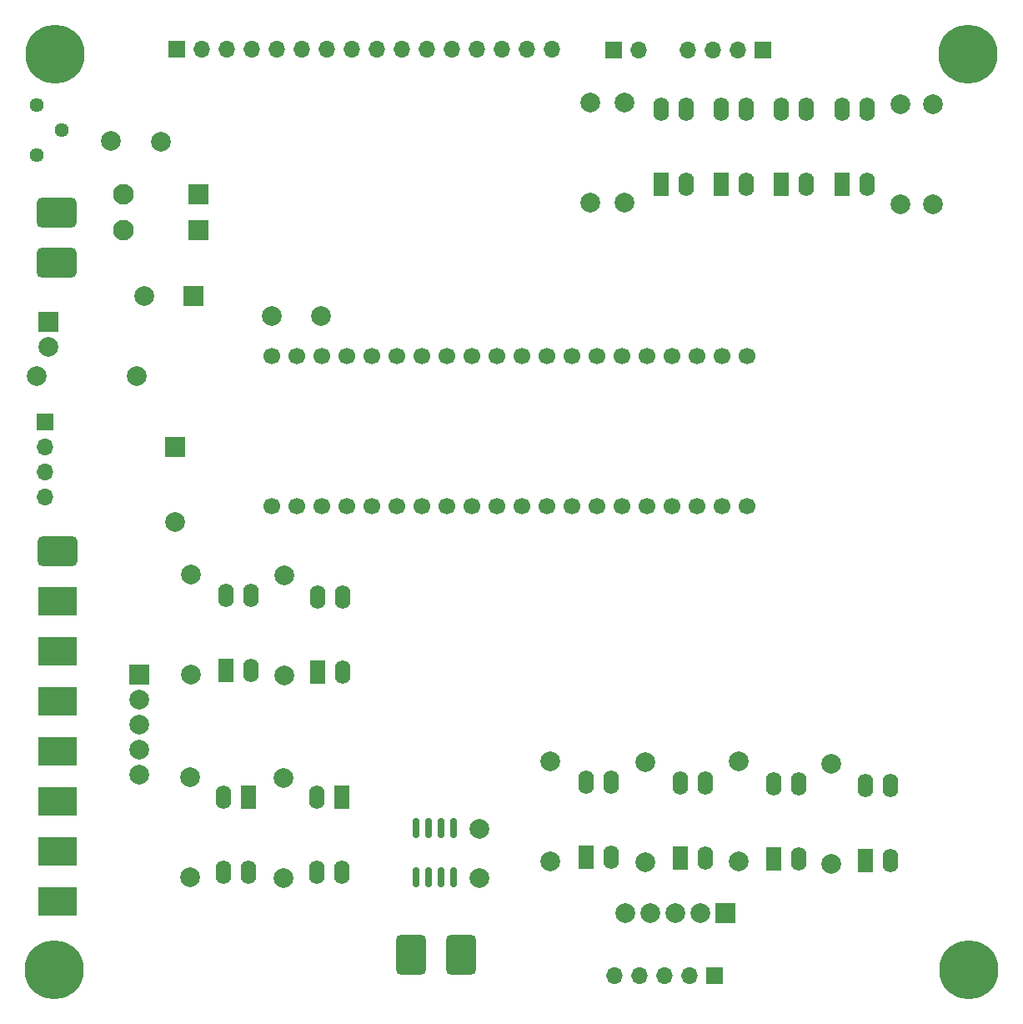
<source format=gbr>
%TF.GenerationSoftware,KiCad,Pcbnew,(6.0.8)*%
%TF.CreationDate,2023-03-03T00:45:07+05:30*%
%TF.ProjectId,STM32DryerPCB,53544d33-3244-4727-9965-725043422e6b,rev?*%
%TF.SameCoordinates,Original*%
%TF.FileFunction,Soldermask,Top*%
%TF.FilePolarity,Negative*%
%FSLAX46Y46*%
G04 Gerber Fmt 4.6, Leading zero omitted, Abs format (unit mm)*
G04 Created by KiCad (PCBNEW (6.0.8)) date 2023-03-03 00:45:07*
%MOMM*%
%LPD*%
G01*
G04 APERTURE LIST*
G04 Aperture macros list*
%AMRoundRect*
0 Rectangle with rounded corners*
0 $1 Rounding radius*
0 $2 $3 $4 $5 $6 $7 $8 $9 X,Y pos of 4 corners*
0 Add a 4 corners polygon primitive as box body*
4,1,4,$2,$3,$4,$5,$6,$7,$8,$9,$2,$3,0*
0 Add four circle primitives for the rounded corners*
1,1,$1+$1,$2,$3*
1,1,$1+$1,$4,$5*
1,1,$1+$1,$6,$7*
1,1,$1+$1,$8,$9*
0 Add four rect primitives between the rounded corners*
20,1,$1+$1,$2,$3,$4,$5,0*
20,1,$1+$1,$4,$5,$6,$7,0*
20,1,$1+$1,$6,$7,$8,$9,0*
20,1,$1+$1,$8,$9,$2,$3,0*%
G04 Aperture macros list end*
%ADD10C,1.440000*%
%ADD11R,1.700000X1.700000*%
%ADD12O,1.700000X1.700000*%
%ADD13C,2.000000*%
%ADD14R,1.600000X2.400000*%
%ADD15O,1.600000X2.400000*%
%ADD16C,6.000000*%
%ADD17RoundRect,0.150000X0.150000X-0.825000X0.150000X0.825000X-0.150000X0.825000X-0.150000X-0.825000X0*%
%ADD18R,2.000000X2.000000*%
%ADD19RoundRect,0.416667X1.083333X1.583333X-1.083333X1.583333X-1.083333X-1.583333X1.083333X-1.583333X0*%
%ADD20RoundRect,0.416667X-1.583333X1.083333X-1.583333X-1.083333X1.583333X-1.083333X1.583333X1.083333X0*%
%ADD21R,4.000000X3.000000*%
%ADD22C,1.700000*%
%ADD23R,2.100000X2.100000*%
%ADD24C,2.100000*%
G04 APERTURE END LIST*
D10*
%TO.C,RV601*%
X-198117500Y-55762500D03*
X-195577500Y-58302500D03*
X-198117500Y-60842500D03*
%TD*%
D11*
%TO.C,J610*%
X-129292500Y-144187500D03*
D12*
X-131832500Y-144187500D03*
X-134372500Y-144187500D03*
X-136912500Y-144187500D03*
X-139452500Y-144187500D03*
%TD*%
D13*
%TO.C,R302*%
X-110392500Y-65867500D03*
X-110392500Y-55707500D03*
%TD*%
D14*
%TO.C,U206*%
X-132792500Y-132187500D03*
D15*
X-130252500Y-132187500D03*
X-130252500Y-124567500D03*
X-132792500Y-124567500D03*
%TD*%
D13*
%TO.C,R201*%
X-182592500Y-124007500D03*
X-182592500Y-134167500D03*
%TD*%
D11*
%TO.C,J606*%
X-197292500Y-87987500D03*
D12*
X-197292500Y-90527500D03*
X-197292500Y-93067500D03*
X-197292500Y-95607500D03*
%TD*%
D16*
%TO.C,H606*%
X-103592500Y-50600000D03*
%TD*%
D13*
%TO.C,C102*%
X-169292500Y-77187500D03*
X-174292500Y-77187500D03*
%TD*%
D17*
%TO.C,U501*%
X-159597500Y-134162500D03*
X-158327500Y-134162500D03*
X-157057500Y-134162500D03*
X-155787500Y-134162500D03*
X-155787500Y-129212500D03*
X-157057500Y-129212500D03*
X-158327500Y-129212500D03*
X-159597500Y-129212500D03*
%TD*%
D14*
%TO.C,U304*%
X-134767500Y-63812500D03*
D15*
X-132227500Y-63812500D03*
X-132227500Y-56192500D03*
X-134767500Y-56192500D03*
%TD*%
D18*
%TO.C,RN201*%
X-187692500Y-113587500D03*
D13*
X-187692500Y-116127500D03*
X-187692500Y-118667500D03*
X-187692500Y-121207500D03*
X-187692500Y-123747500D03*
%TD*%
%TO.C,R203*%
X-173092500Y-124087500D03*
X-173092500Y-134247500D03*
%TD*%
D11*
%TO.C,J607*%
X-124372500Y-50187500D03*
D12*
X-126912500Y-50187500D03*
X-129452500Y-50187500D03*
X-131992500Y-50187500D03*
%TD*%
D13*
%TO.C,C501*%
X-153192500Y-129287500D03*
X-153192500Y-134287500D03*
%TD*%
D18*
%TO.C,RN202*%
X-128192500Y-137787500D03*
D13*
X-130732500Y-137787500D03*
X-133272500Y-137787500D03*
X-135812500Y-137787500D03*
X-138352500Y-137787500D03*
%TD*%
D11*
%TO.C,J605*%
X-139532500Y-50187500D03*
D12*
X-136992500Y-50187500D03*
%TD*%
D13*
%TO.C,R207*%
X-126817500Y-132562500D03*
X-126817500Y-122402500D03*
%TD*%
%TO.C,R205*%
X-145992500Y-132587500D03*
X-145992500Y-122427500D03*
%TD*%
%TO.C,R206*%
X-136317500Y-132662500D03*
X-136317500Y-122502500D03*
%TD*%
D18*
%TO.C,BZ601*%
X-184092500Y-90487500D03*
D13*
X-184092500Y-98087500D03*
%TD*%
D14*
%TO.C,U202*%
X-169592500Y-113387500D03*
D15*
X-167052500Y-113387500D03*
X-167052500Y-105767500D03*
X-169592500Y-105767500D03*
%TD*%
D13*
%TO.C,R204*%
X-182517500Y-113642500D03*
X-182517500Y-103482500D03*
%TD*%
D19*
%TO.C,J611*%
X-155070000Y-142045000D03*
X-160150000Y-142045000D03*
%TD*%
D14*
%TO.C,U302*%
X-122567500Y-63812500D03*
D15*
X-120027500Y-63812500D03*
X-120027500Y-56192500D03*
X-122567500Y-56192500D03*
%TD*%
D13*
%TO.C,R304*%
X-141892500Y-65667500D03*
X-141892500Y-55507500D03*
%TD*%
D20*
%TO.C,J608*%
X-195992500Y-101087500D03*
D21*
X-195992500Y-106167500D03*
X-195992500Y-111247500D03*
X-195992500Y-116327500D03*
X-195992500Y-121407500D03*
X-195992500Y-126487500D03*
X-195992500Y-131567500D03*
X-195992500Y-136647500D03*
%TD*%
D14*
%TO.C,U201*%
X-176617500Y-126062500D03*
D15*
X-179157500Y-126062500D03*
X-179157500Y-133682500D03*
X-176617500Y-133682500D03*
%TD*%
D14*
%TO.C,U203*%
X-167117500Y-126062500D03*
D15*
X-169657500Y-126062500D03*
X-169657500Y-133682500D03*
X-167117500Y-133682500D03*
%TD*%
D22*
%TO.C,U101*%
X-174257500Y-96507500D03*
X-171717500Y-96507500D03*
X-169177500Y-96507500D03*
X-166637500Y-96507500D03*
X-164097500Y-96507500D03*
X-161557500Y-96507500D03*
X-159017500Y-96507500D03*
X-156477500Y-96507500D03*
X-153937500Y-96507500D03*
X-151397500Y-96507500D03*
X-148857500Y-96507500D03*
X-146317500Y-96507500D03*
X-143777500Y-96507500D03*
X-141237500Y-96507500D03*
X-138697500Y-96507500D03*
X-136157500Y-96507500D03*
X-133617500Y-96507500D03*
X-131077500Y-96507500D03*
X-128537500Y-96507500D03*
X-125997500Y-96507500D03*
X-125997500Y-81267500D03*
X-128537500Y-81267500D03*
X-131077500Y-81267500D03*
X-133617500Y-81267500D03*
X-136157500Y-81267500D03*
X-138697500Y-81267500D03*
X-141237500Y-81267500D03*
X-143777500Y-81267500D03*
X-146317500Y-81267500D03*
X-148857500Y-81267500D03*
X-151397500Y-81267500D03*
X-153937500Y-81267500D03*
X-156477500Y-81267500D03*
X-159017500Y-81267500D03*
X-161557500Y-81267500D03*
X-164097500Y-81267500D03*
X-166637500Y-81267500D03*
X-169177500Y-81267500D03*
X-171717500Y-81267500D03*
X-174257500Y-81267500D03*
%TD*%
D23*
%TO.C,D101*%
X-181722500Y-68447500D03*
D24*
X-189342500Y-68447500D03*
%TD*%
D14*
%TO.C,U301*%
X-116367500Y-63812500D03*
D15*
X-113827500Y-63812500D03*
X-113827500Y-56192500D03*
X-116367500Y-56192500D03*
%TD*%
D13*
%TO.C,R208*%
X-117417500Y-132842500D03*
X-117417500Y-122682500D03*
%TD*%
D16*
%TO.C,H607*%
X-196392500Y-143600000D03*
%TD*%
D18*
%TO.C,D102*%
X-196932500Y-77772500D03*
D13*
X-196932500Y-80312500D03*
%TD*%
D14*
%TO.C,U303*%
X-128667500Y-63812500D03*
D15*
X-126127500Y-63812500D03*
X-126127500Y-56192500D03*
X-128667500Y-56192500D03*
%TD*%
D14*
%TO.C,U207*%
X-123292500Y-132287500D03*
D15*
X-120752500Y-132287500D03*
X-120752500Y-124667500D03*
X-123292500Y-124667500D03*
%TD*%
D14*
%TO.C,U204*%
X-178892500Y-113187500D03*
D15*
X-176352500Y-113187500D03*
X-176352500Y-105567500D03*
X-178892500Y-105567500D03*
%TD*%
D14*
%TO.C,U208*%
X-113992500Y-132487500D03*
D15*
X-111452500Y-132487500D03*
X-111452500Y-124867500D03*
X-113992500Y-124867500D03*
%TD*%
D16*
%TO.C,H605*%
X-196300000Y-50600000D03*
%TD*%
D23*
%TO.C,D101*%
X-181722500Y-64847500D03*
D24*
X-189342500Y-64847500D03*
%TD*%
D20*
%TO.C,J101*%
X-196075000Y-66725000D03*
X-196075000Y-71805000D03*
%TD*%
D13*
%TO.C,R303*%
X-138492500Y-65667500D03*
X-138492500Y-55507500D03*
%TD*%
D14*
%TO.C,U205*%
X-142367500Y-132112500D03*
D15*
X-139827500Y-132112500D03*
X-139827500Y-124492500D03*
X-142367500Y-124492500D03*
%TD*%
D16*
%TO.C,H608*%
X-103450000Y-143600000D03*
%TD*%
D13*
%TO.C,R202*%
X-173017500Y-113662500D03*
X-173017500Y-103502500D03*
%TD*%
%TO.C,F101*%
X-190572500Y-59447500D03*
X-185492500Y-59457500D03*
%TD*%
D18*
%TO.C,C101*%
X-182232500Y-75147500D03*
D13*
X-187232500Y-75147500D03*
%TD*%
%TO.C,R101*%
X-198112500Y-83247500D03*
X-187952500Y-83247500D03*
%TD*%
%TO.C,R301*%
X-107092500Y-65867500D03*
X-107092500Y-55707500D03*
%TD*%
D11*
%TO.C,J609*%
X-183892500Y-50087500D03*
D12*
X-181352500Y-50087500D03*
X-178812500Y-50087500D03*
X-176272500Y-50087500D03*
X-173732500Y-50087500D03*
X-171192500Y-50087500D03*
X-168652500Y-50087500D03*
X-166112500Y-50087500D03*
X-163572500Y-50087500D03*
X-161032500Y-50087500D03*
X-158492500Y-50087500D03*
X-155952500Y-50087500D03*
X-153412500Y-50087500D03*
X-150872500Y-50087500D03*
X-148332500Y-50087500D03*
X-145792500Y-50087500D03*
%TD*%
M02*

</source>
